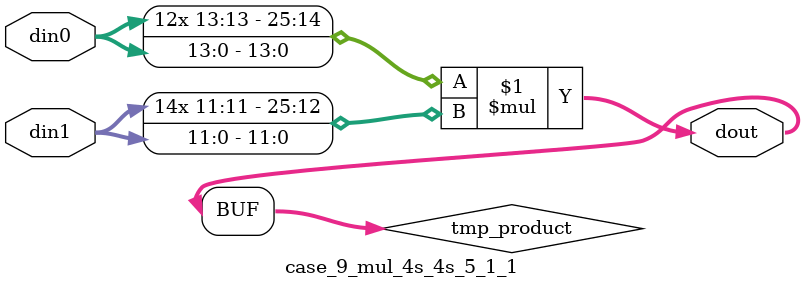
<source format=v>

`timescale 1 ns / 1 ps

 module case_9_mul_4s_4s_5_1_1(din0, din1, dout);
parameter ID = 1;
parameter NUM_STAGE = 0;
parameter din0_WIDTH = 14;
parameter din1_WIDTH = 12;
parameter dout_WIDTH = 26;

input [din0_WIDTH - 1 : 0] din0; 
input [din1_WIDTH - 1 : 0] din1; 
output [dout_WIDTH - 1 : 0] dout;

wire signed [dout_WIDTH - 1 : 0] tmp_product;



























assign tmp_product = $signed(din0) * $signed(din1);








assign dout = tmp_product;





















endmodule

</source>
